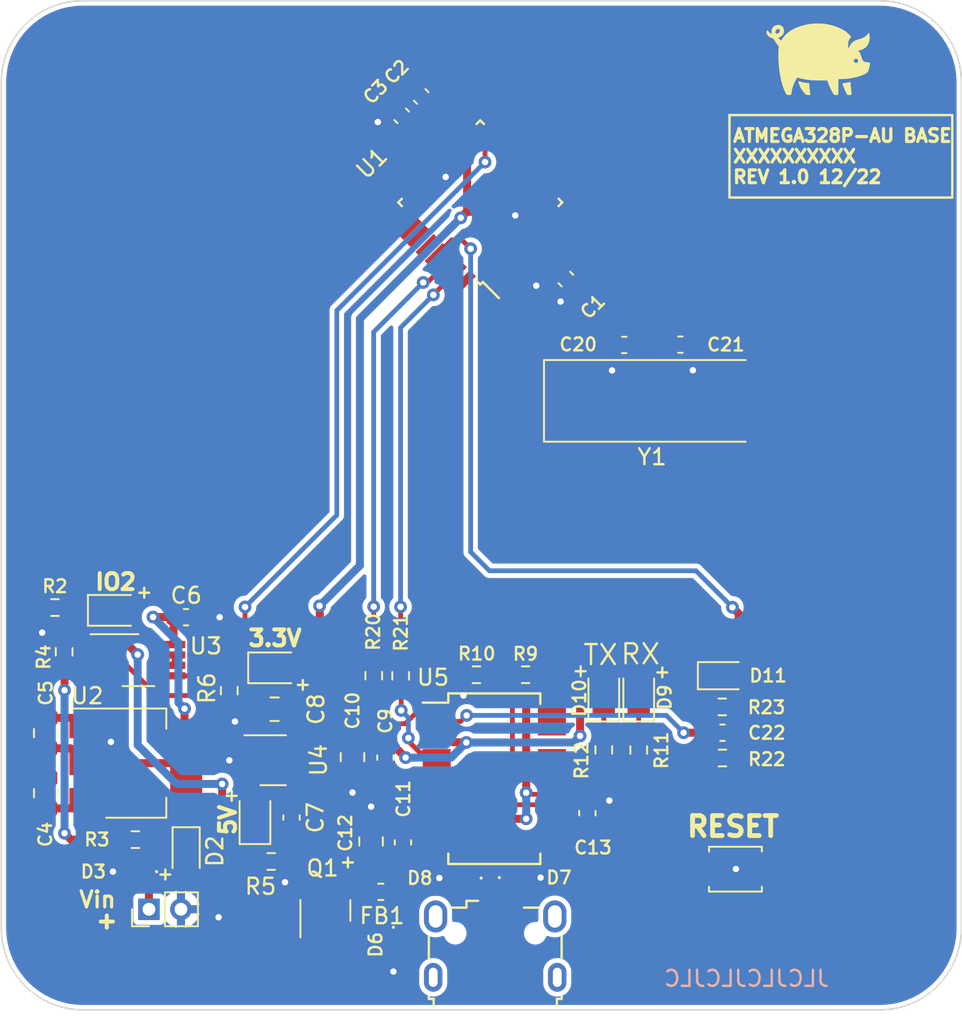
<source format=kicad_pcb>
(kicad_pcb (version 20211014) (generator pcbnew)
  (title_block (title "ESP32 Dev Base w/ Cypress USB-UART Interface") (date "2022-11-09") (rev "1.0"))
  (layers (0 "F.Cu" signal) (31 "B.Cu" power) (34 "B.Paste" user) (35 "F.Paste" user) (36 "B.SilkS" user "B.Silkscreen") (37 "F.SilkS" user "F.Silkscreen") (38 "B.Mask" user) (39 "F.Mask" user) (44 "Edge.Cuts" user))
  (net 0 "")
  (net 1 "+3.3V")
  (net 2 "GND")
  (net 3 "Net-(C4-Pad1)")
  (net 4 "/ATMega328P-AU MCU/AREF")
  (net 5 "+5V")
  (net 6 "Net-(C7-Pad1)")
  (net 7 "Net-(D4-Pad1)")
  (net 8 "Net-(D5-Pad1)")
  (net 9 "Net-(C13-Pad1)")
  (net 10 "Net-(D6-Pad1)")
  (net 11 "Net-(D9-Pad1)")
  (net 12 "Net-(D10-Pad1)")
  (net 15 "Net-(Q1-Pad1)")
  (net 16 "Net-(C20-Pad2)")
  (net 17 "Net-(R3-Pad2)")
  (net 18 "Net-(R11-Pad1)")
  (net 19 "Net-(R12-Pad1)")
  (net 20 "Net-(C21-Pad2)")
  (net 21 "/ATMega328P-AU MCU/DTR")
  (net 22 "/Power Supply/VIN")
  (net 23 "Net-(C22-Pad2)")
  (net 26 "unconnected-(U5-Pad26)")
  (net 37 "Net-(U5-Pad19)")
  (net 38 "Net-(R20-Pad1)")
  (net 39 "/USB-UART Interface/USB_D+")
  (net 40 "/USB-UART Interface/USB_D-")
  (net 41 "/Power Supply/VBUS")
  (net 42 "/ATMega328P-AU MCU/RXD{slash}IO0")
  (net 43 "Net-(R21-Pad1)")
  (net 44 "/ATMega328P-AU MCU/TXD{slash}IO1")
  (net 45 "/ATMega328P-AU MCU/IO3")
  (net 46 "/ATMega328P-AU MCU/IO4")
  (net 47 "/ATMega328P-AU MCU/IO5")
  (net 48 "/ATMega328P-AU MCU/IO6")
  (net 49 "/ATMega328P-AU MCU/IO7")
  (net 50 "/ATMega328P-AU MCU/IO8")
  (net 51 "/ATMega328P-AU MCU/IO9")
  (net 52 "/ATMega328P-AU MCU/IO10")
  (net 53 "/ATMega328P-AU MCU/IO11{slash}MOSI")
  (net 54 "/ATMega328P-AU MCU/IO12{slash}MISO")
  (net 55 "/ATMega328P-AU MCU/IO13{slash}SCK")
  (net 56 "/ATMega328P-AU MCU/A6")
  (net 57 "/ATMega328P-AU MCU/A7")
  (net 58 "/ATMega328P-AU MCU/A0")
  (net 59 "/ATMega328P-AU MCU/A1")
  (net 60 "/ATMega328P-AU MCU/A2")
  (net 61 "/ATMega328P-AU MCU/A3")
  (net 62 "/ATMega328P-AU MCU/A4{slash}SDA")
  (net 63 "/ATMega328P-AU MCU/A5{slash}SCL")
  (net 64 "/ATMega328P-AU MCU/IO2")
  (net 65 "/USB-UART Interface/RTS")
  (net 66 "Net-(D1-Pad1)")
  (net 67 "Net-(D1-Pad2)")
  (footprint "Resistor_SMD:R_0603_1608Metric" (layer "F.Cu") (at 146.69 111.08)
    (fp_text reference "R10")
    (fp_text value "10k" hide)
  )
  (footprint "LED_SMD:LED_0805_2012Metric" (layer "F.Cu") (at 132.850328 119.969139 90)
    (fp_text reference "D4" hide)
    (fp_text value "RED" hide)
  )
  (footprint "Capacitor_SMD:C_0603_1608Metric" (layer "F.Cu") (at 162.07 114.7)
    (fp_text reference "C22")
    (fp_text value "0.1u" hide)
  )
  (footprint "Package_SO:VSSOP-8_3.0x3.0mm_P0.65mm" (layer "F.Cu") (at 125.57 110.17)
    (fp_text reference "U3")
    (fp_text value "LMV358IDGKR" hide)
  )
  (footprint "LED_SMD:LED_0805_2012Metric" (layer "F.Cu") (at 154.65 112.3145 90)
    (fp_text reference "D10")
    (fp_text value "GRN" hide)
  )
  (footprint "Capacitor_SMD:C_0805_2012Metric" (layer "F.Cu") (at 138.9448 116.2264 -90)
    (fp_text reference "C10")
    (fp_text value "4.7u" hide)
  )
  (footprint "Package_SO:SSOP-28_5.3x10.2mm_P0.65mm" (layer "F.Cu") (at 147.8094 117.5726)
    (fp_text reference "U5")
    (fp_text value "CY7C65213-28PVXI" hide)
  )
  (footprint "Capacitor_SMD:C_0805_2012Metric" (layer "F.Cu") (at 134.0764 113.2332 180)
    (fp_text reference "C8")
    (fp_text value "2.2u" hide)
  )
  (footprint "Resistor_SMD:R_0603_1608Metric" (layer "F.Cu") (at 120.925 109.65 90)
    (fp_text reference "R4")
    (fp_text value "10k" hide)
  )
  (footprint "Resistor_SMD:R_0603_1608Metric" (layer "F.Cu") (at 131.245128 112.072039 -90)
    (fp_text reference "R6")
    (fp_text value "1k" hide)
  )
  (footprint "Resistor_SMD:R_0603_1608Metric" (layer "F.Cu") (at 156.8344 115.7811 90)
    (fp_text reference "R11")
    (fp_text value "1k" hide)
  )
  (footprint "Capacitor_SMD:C_0603_1608Metric" (layer "F.Cu") (at 128.5425 107.49)
    (fp_text reference "C6")
    (fp_text value "100n" hide)
  )
  (footprint "LED_SMD:LED_0805_2012Metric" (layer "F.Cu") (at 156.8344 112.3145 90)
    (fp_text reference "D9")
    (fp_text value "GRN" hide)
  )
  (footprint "Capacitor_SMD:C_0603_1608Metric" (layer "F.Cu") (at 153.625 119.725 90)
    (fp_text reference "C13")
    (fp_text value "1u" hide)
  )
  (footprint "Diode_SMD:D_0402_1005Metric" (layer "F.Cu") (at 145.8976 123.7742 180)
    (fp_text reference "D8")
    (fp_text value "5VWM" hide)
  )
  (footprint "Capacitor_SMD:C_0603_1608Metric" (layer "F.Cu") (at 159.44 90.47 180)
    (fp_text reference "C21")
    (fp_text value "22p" hide)
  )
  (footprint "Capacitor_SMD:C_0603_1608Metric" (layer "F.Cu") (at 152.28 86.37 -45)
    (fp_text reference "C1")
    (fp_text value "0.1u" hide)
  )
  (footprint "Resistor_SMD:R_0603_1608Metric" (layer "F.Cu") (at 120.3475 106.885 180)
    (fp_text reference "R2")
    (fp_text value "470R" hide)
  )
  (footprint "Capacitor_SMD:C_0805_2012Metric" (layer "F.Cu") (at 140.1064 121.4882 90)
    (fp_text reference "C12")
    (fp_text value "4.7u" hide)
  )
  (footprint "Diode_SMD:D_SOD-323" (layer "F.Cu") (at 162.03 111.14)
    (fp_text reference "D11")
    (fp_text value "1N4148WS " hide)
  )
  (footprint "Package_TO_SOT_SMD:SOT-223-3_TabPin2" (layer "F.Cu") (at 125.4004 116.6)
    (fp_text reference "U2")
    (fp_text value "LDL1117S50R" hide)
  )
  (footprint "Resistor_SMD:R_0603_1608Metric" (layer "F.Cu") (at 162.065 116.28)
    (fp_text reference "R22")
    (fp_text value "1k" hide)
  )
  (footprint "Capacitor_SMD:C_0603_1608Metric" (layer "F.Cu") (at 143.241992 74.971992 135)
    (fp_text reference "C2")
    (fp_text value "0.1u" hide)
  )
  (footprint "Inductor_SMD:L_0603_1608Metric" (layer "F.Cu") (at 140.7159 124.6378 180)
    (fp_text reference "FB1")
    (fp_text value "40-100R" hide)
  )
  (footprint "Resistor_SMD:R_0603_1608Metric" (layer "F.Cu") (at 125.375 121.375 180)
    (fp_text reference "R3")
    (fp_text value "10k" hide)
  )
  (footprint "Resistor_SMD:R_0603_1608Metric" (layer "F.Cu") (at 154.65 115.775 90)
    (fp_text reference "R12")
    (fp_text value "1k" hide)
  )
  (footprint "Resistor_SMD:R_0603_1608Metric" (layer "F.Cu") (at 162.055 113.09)
    (fp_text reference "R23")
    (fp_text value "10k" hide)
  )
  (footprint "Package_QFP:TQFP-32_7x7mm_P0.8mm" (layer "F.Cu") (at 146.93 81.59 135)
    (fp_text reference "U1")
    (fp_text value "ATmega328P-AU" hide)
  )
  (footprint "Capacitor_SMD:C_0603_1608Metric" (layer "F.Cu") (at 142.021992 76.181992 135)
    (fp_text reference "C3")
    (fp_text value "0.1u" hide)
  )
  (footprint "Diode_SMD:D_0402_1005Metric" (layer "F.Cu") (at 149.2155 123.7488)
    (fp_text reference "D7")
    (fp_text value "5VWM" hide)
  )
  (footprint "Resistor_SMD:R_0603_1608Metric" (layer "F.Cu") (at 149.765 111.08)
    (fp_text reference "R9")
    (fp_text value "4k7" hide)
  )
  (footprint "Connector_PinHeader_2.00mm:PinHeader_1x02_P2.00mm_Vertical" (layer "F.Cu") (at 126.225 125.725 90)
    (fp_text reference "J2" hide)
    (fp_text value "Conn_01x02_Male" hide)
  )
  (footprint "Diode_SMD:D_SOD-323" (layer "F.Cu") (at 128.5496 122.1012 -90)
    (fp_text reference "D2")
    (fp_text value "BAT760-7" hide)
  )
  (footprint "LED_SMD:LED_0805_2012Metric" (layer "F.Cu") (at 134.113028 110.649639)
    (fp_text reference "D5" hide)
    (fp_text value "GRN" hide)
  )
  (footprint "Capacitor_SMD:C_0603_1608Metric" (layer "F.Cu") (at 135.136328 119.996839 -90)
    (fp_text reference "C7")
    (fp_text value "10n" hide)
  )
  (footprint "LED_SMD:LED_0805_2012Metric" (layer "F.Cu") (at 124.0975 107.06)
    (fp_text reference "D1" hide)
    (fp_text value "BLU" hide)
  )
  (footprint "Resistor_SMD:R_0603_1608Metric" (layer "F.Cu") (at 141.955 111.15 -90)
    (fp_text reference "R21")
    (fp_text value "1k" hide)
  )
  (footprint "Button_Switch_SMD:SW_SPST_B3U-1000P" (layer "F.Cu") (at 162.88 123.22 180)
    (fp_text reference "SW1" hide)
    (fp_text value "RESET" hide)
  )
  (footprint "Capacitor_SMD:C_0805_2012Metric" (layer "F.Cu") (at 119.775 118.475 90)
    (fp_text reference "C4")
    (fp_text value "1u" hide)
  )
  (footprint "Diode_SMD:D_0402_1005Metric" (layer "F.Cu") (at 141.5034 127.9374 -90)
    (fp_text reference "D6")
    (fp_text value "5VWM" hide)
  )
  (footprint "Diode_SMD:D_0402_1005Metric" (layer "F.Cu") (at 125.61 123.375 180)
    (fp_text reference "D3")
    (fp_text value "5VWM" hide)
  )
  (footprint "Capacitor_SMD:C_0603_1608Metric" (layer "F.Cu") (at 155.93 90.49)
    (fp_text reference "C20")
    (fp_text value "22p" hide)
  )
  (footprint "Connector_USB:USB_Micro-B_Wuerth_629105150521" (layer "F.Cu") (at 147.86685 128.023)
    (fp_text reference "J3" hide)
    (fp_text value "USB_B_Micro" hide)
  )
  (footprint "Capacitor_SMD:C_0603_1608Metric" (layer "F.Cu") (at 142.1 121.55 -90)
    (fp_text reference "C11")
    (fp_text value "0.1u" hide)
  )
  (footprint "Resistor_SMD:R_0603_1608Metric" (layer "F.Cu") (at 140.275 111.14 -90)
    (fp_text reference "R20")
    (fp_text value "1k" hide)
  )
  (footprint "Crystal:Crystal_SMD_HC49-SD" (layer "F.Cu") (at 157.615 93.98)
    (fp_text reference "Y1")
    (fp_text value "16MHZ" hide)
  )
  (footprint "Resistor_SMD:R_0603_1608Metric" (layer "F.Cu") (at 133.866328 122.740039)
    (fp_text reference "R5")
    (fp_text value "1k" hide)
  )
  (footprint "Capacitor_SMD:C_0603_1608Metric" (layer "F.Cu") (at 141.0022 116.254 90)
    (fp_text reference "C9")
    (fp_text value "0.1u" hide)
  )
  (footprint "Capacitor_SMD:C_0805_2012Metric" (layer "F.Cu") (at 119.775 114.725 90)
    (fp_text reference "C5")
    (fp_text value "4u7" hide)
  )
  (footprint "LOGO" (layer "F.Cu") (at 168.06 72.65)
    (fp_text reference "G***" hide)
    (fp_text value "LOGO" hide)
  )
  (footprint "Package_TO_SOT_SMD:SOT-23-5" (layer "F.Cu") (at 133.9875 116.418689)
    (fp_text reference "U4")
    (fp_text value "SPX3819M5-L-3-3" hide)
  )
  (footprint "Package_TO_SOT_SMD:SOT-23" (layer "F.Cu") (at 137.25 125.8 90)
    (fp_text reference "Q1")
    (fp_text value "DMP2110U-7" hide)
  )
  (gr_rect (start 162.505 76.135) (end 176.43 81.285) (layer "F.SilkS") (width 0.15) (fill none))
  (gr_line (start 122 132) (end 172 132) (layer "Edge.Cuts") (width 0.1))
  (gr_arc (start 122 132) (mid 118.489934 130.510066) (end 117 127) (layer "Edge.Cuts") (width 0.1))
  (gr_arc (start 172 69) (mid 175.510066 70.489934) (end 177 74) (layer "Edge.Cuts") (width 0.1))
  (gr_arc (start 177 127) (mid 175.510066 130.510066) (end 172 132) (layer "Edge.Cuts") (width 0.1))
  (gr_line (start 177 74) (end 177 127) (layer "Edge.Cuts") (width 0.1))
  (gr_arc (start 117 74) (mid 118.489934 70.489934) (end 122 69) (layer "Edge.Cuts") (width 0.1))
  (gr_line (start 117 127) (end 117 74) (layer "Edge.Cuts") (width 0.1))
  (gr_line (start 172 69) (end 122 69) (layer "Edge.Cuts") (width 0.1))
  (gr_text "JLCJLCJLCJLC" (at 163.576 130.048) (layer "B.SilkS") (effects (font (size 1 1)) (justify mirror)))
  (gr_text "+" (at 123.59 126.56 180) (layer "F.SilkS") (effects (font (size 1 1) (thickness 0.25))))
  (gr_text "+" (at 153.2056 110.922 180) (layer "F.SilkS") (effects (font (size 0.8 0.8))))
  (gr_text "+" (at 135.898328 111.716439 270) (layer "F.SilkS") (effects (font (size 0.8 0.8))))
  (gr_text "+" (at 138.6586 122.8598 180) (layer "F.SilkS") (effects (font (size 0.8 0.8))))
  (gr_text "+" (at 125.8725 105.96 90) (layer "F.SilkS") (effects (font (size 0.8 0.8))))
  (gr_text "TX" (at 154.4468 109.8436) (layer "F.SilkS") (effects (font (size 1.25 1.25))))
  (gr_text "ATMEGA328P-AU BASE\nXXXXXXXXXX\nREV 1.0 12/22" (at 162.63 78.71) (layer "F.SilkS") (effects (font (size 0.8 0.8) (thickness 0.2)) (justify left)))
  (gr_text "+" (at 127.25 123.5) (layer "F.SilkS") (effects (font (size 0.8 0.8))))
  (gr_text "+" (at 158.3076 110.9937 180) (layer "F.SilkS") (effects (font (size 0.8 0.8))))
  (gr_text "Vin" (at 121.76 125.12) (layer "F.SilkS") (effects (font (size 1 1) (thickness 0.2)) (justify left)))
  (gr_text "RESET" (at 162.73 120.56) (layer "F.SilkS") (effects (font (size 1.25 1.25) (thickness 0.3))))
  (gr_text "IO2" (at 124.1475 105.285) (layer "F.SilkS") (effects (font (size 1 1) (thickness 0.25))))
  (gr_text "3.3V" (at 134.1 108.8) (layer "F.SilkS") (effects (font (size 1 1) (thickness 0.25))))
  (gr_text "5V" (at 131.15 120.15 90) (layer "F.SilkS") (effects (font (size 1 1) (thickness 0.25))))
  (gr_text "RX" (at 156.936 109.7928) (layer "F.SilkS") (effects (font (size 1.25 1.25))))
  (gr_text "+" (at 131.397528 118.586828) (layer "F.SilkS") (effects (font (size 0.8 0.8))))
  (segment (start 126.72 112.38) (end 124.185 109.845) (width 0.3) (layer "F.Cu") (net 1))
  (segment (start 129.38 112.38) (end 126.72 112.38) (width 0.3) (layer "F.Cu") (net 1))
  (segment (start 134.75 114.75) (end 135.004328 115.004328) (width 0.3) (layer "F.Cu") (net 1))
  (segment (start 135.004328 113.240439) (end 135.004328 114.295672) (width 0.5) (layer "F.Cu") (net 1))
  (segment (start 124.185 109.845) (end 123.37 109.845) (width 0.3) (layer "F.Cu") (net 1))
  (segment (start 134.55 114.75) (end 135.004328 114.295672) (width 0.3) (layer "F.Cu") (net 1))
  (segment (start 135.004328 113.240439) (end 135.004328 110.695839) (width 0.5) (layer "F.Cu") (net 1))
  (segment (start 134.406311 114.75) (end 134.55 114.75) (width 0.3) (layer "F.Cu") (net 1))
  (segment (start 135.004328 114.295672) (end 135.004328 115.004328) (width 0.5) (layer "F.Cu") (net 1))
  (segment (start 134.406311 114.75) (end 130.95 114.75) (width 0.3) (layer "F.Cu") (net 1))
  (segment (start 130.125 113.125) (end 129.38 112.38) (width 0.3) (layer "F.Cu") (net 1))
  (segment (start 134.406311 114.75) (end 134.75 114.75) (width 0.3) (layer "F.Cu") (net 1))
  (segment (start 135.004328 115.004328) (end 135.004328 115.348017) (width 0.5) (layer "F.Cu") (net 1))
  (segment (start 134.406311 114.75) (end 135.125 115.468689) (width 0.3) (layer "F.Cu") (net 1))
  (segment (start 130.125 113.925) (end 130.125 113.125) (width 0.3) (layer "F.Cu") (net 1))
  (segment (start 130.95 114.75) (end 130.125 113.925) (width 0.3) (layer "F.Cu") (net 1))
  (segment (start 135.004328 115.348017) (end 135.125 115.468689) (width 0.5) (layer "F.Cu") (net 1))
  (segment (start 145.865 111.08) (end 145.865 112.365) (width 0.5) (layer "F.Cu") (net 2))
  (segment (start 141.8632 120.5382) (end 142.1 120.775) (width 0.5) (layer "F.Cu") (net 2))
  (segment (start 123.85 111.625) (end 123.395 111.17) (width 0.5) (layer "F.Cu") (net 2))
  (segment (start 150.218047 84.312361) (end 150.212361 84.312361) (width 0.5) (layer "F.Cu") (net 2))
  (segment (start 135.136328 120.771839) (end 135.136328 122.295039) (width 0.5) (layer "F.Cu") (net 2))
  (segment (start 150.431472 86.788528) (end 149.086676 85.443732) (width 0.5) (layer "F.Cu") (net 2))
  (segment (start 119.55 108.45) (end 119.55 106.9125) (width 0.5) (layer "F.Cu") (net 2))
  (segment (start 144.3758 123.7742) (end 144.375 123.775) (width 0.5) (layer "F.Cu") (net 2))
  (segment (start 152.828008 86.918008) (end 152.811992 86.918008) (width 0.5) (layer "F.Cu") (net 2))
  (segment (start 123.395 111.17) (end 123.37 111.17) (width 0.5) (layer "F.Cu") (net 2))
  (segment (start 161.18 123.22) (end 162.9 123.22) (width 0.5) (layer "F.Cu") (net 2))
  (segment (start 121.7254 113.775) (end 122.2504 114.3) (width 0.5) (layer "F.Cu") (net 2))
  (segment (start 131.588528 113.240439) (end 131.245128 112.897039) (width 0.5) (layer "F.Cu") (net 2))
  (segment (start 125.125 123.375) (end 123.975 123.375) (width 0.5) (layer "F.Cu") (net 2))
  (segment (start 149.7005 123.7488) (end 150.6988 123.7488) (width 0.5) (layer "F.Cu") (net 2))
  (segment (start 133.104328 113.240439) (end 131.588528 113.240439) (width 0.5) (layer "F.Cu") (net 2))
  (segment (start 131.256311 116.418689) (end 131.25 116.425) (width 0.5) (layer "F.Cu") (net 2))
  (segment (start 144.2094 117.2476) (end 141.2208 117.2476) (width 0.3) (layer "F.Cu") (net 2))
  (segment (start 149.7005 123.7488) (end 149.7005 125.61435) (width 0.5) (layer "F.Cu") (net 2))
  (segment (start 162.89 123.19) (end 162.91 123.21) (width 0.5) (layer "F.Cu") (net 2))
  (segment (start 140.1064 119.3236) (end 140.11 119.32) (width 0.5) (layer "F.Cu") (net 2))
  (segment (start 131.245128 113.645128) (end 131.6 114) (width 0.5) (layer "F.Cu") (net 2))
  (segment (start 120.925 108.825) (end 119.925 108.825) (width 0.5) (layer "F.Cu") (net 2))
  (segment (start 132.85 116.418689) (end 131.256311 116.418689) (width 0.5) (layer "F.Cu") (net 2))
  (segment (start 118.925 113.775) (end 119.775 113.775) (width 0.5) (layer "F.Cu") (net 2))
  (segment (start 119.775 113.775) (end 121.7254 113.775) (width 0.5) (layer "F.Cu") (net 2))
  (segment (start 134.691328 123.999217) (end 134.729528 124.037417) (width 0.5) (layer "F.Cu") (net 2))
  (segment (start 154.9842 118.95) (end 154.9966 118.9376) (width 0.5) (layer "F.Cu") (net 2))
  (segment (start 122.2504 114.3) (end 122.875 114.3) (width 0.5) (layer "F.Cu") (net 2))
  (segment (start 134.691328 122.740039) (end 134.691328 123.999217) (width 0.5) (layer "F.Cu") (net 2))
  (segment (start 119.775 117.525) (end 119.275 117.525) (width 0.5) (layer "F.Cu") (net 2))
  (segment (start 152.811992 86.918008) (end 151.95 87.78) (width 0.5) (layer "F.Cu") (net 2))
  (segment (start 141.483984 75.633984) (end 142.693984 74.423984) (width 0.5) (layer "F.Cu") (net 2))
  (segment (start 145.865 112.365) (end 145.88 112.38) (width 0.5) (layer "F.Cu") (net 2))
  (segment (start 141.473984 75.633984) (end 141.466016 75.633984) (width 0.5) (layer "F.Cu") (net 2))
  (segment (start 129.3175 107.49) (end 130.6425 107.49) (width 0.5) (layer "F.Cu") (net 2))
  (segment (start 118.375 114.325) (end 118.925 113.775) (width 0.5) (layer "F.Cu") (net 2))
  (segment (start 128.225 125.725) (end 130.075 125.725) (width 0.5) (layer "F.Cu") (net 2))
  (segment (start 135.136328 122.295039) (end 134.691328 122.740039) (width 0.5) (layer "F.Cu") (net 2))
  (segment (start 141.473984 75.633984) (end 141.483984 75.633984) (width 0.5) (layer "F.Cu") (net 2))
  (segment (start 118.375 116.625) (end 118.375 114.325) (width 0.5) (layer "F.Cu") (net 2))
  (segment (start 153.625 118.95) (end 154.9842 118.95) (width 0.5) (layer "F.Cu") (net 2))
  (segment (start 119.925 108.825) (end 119.55 108.45) (width 0.5) (layer "F.Cu") (net 2))
  (segment (start 131.245128 112.897039) (end 131.245128 113.645128) (width 0.5) (layer "F.Cu") (net 2))
  (segment (start 149.12 83.22) (end 149.12 82.4) (width 0.5) (layer "F.Cu") (net 2))
  (segment (start 143.641953 78.871953) (end 144.77 80) (width 0.5) (layer "F.Cu") (net 2))
  (segment (start 119.275 117.525) (end 118.375 116.625) (width 0.5) (layer "F.Cu") (net 2))
  (segment (start 130.075 125.725) (end 130.575 126.225) (width 0.5) (layer "F.Cu") (net 2))
  (segment (start 150.212361 84.312361) (end 149.12 83.22) (width 0.5) (layer "F.Cu") (net 2))
  (segment (start 155.155 90.49) (end 155.155 92.065) (width 0.5) (layer "F.Cu") (net 2))
  (segment (start 152.7274 119.8476) (end 153.625 118.95) (width 0.3) (layer "F.Cu") (net 2))
  (segment (start 123.85 115.275) (end 123.85 111.625) (width 0.5) (layer "F.Cu") (net 2))
  (segment (start 162.89 116.28) (end 162.89 123.19) (width 0.5) (layer "F.Cu") (net 2))
  (segment (start 143.641953 78.867639) (end 143.641953 78.871953) (width 0.5) (layer "F.Cu") (net 2))
  (segment (start 122.875 114.3) (end 123.85 115.275) (width 0.5) (layer "F.Cu") (net 2))
  (segment (start 138.9448 117.1764) (end 140.8548 117.1764) (width 0.5) (layer "F.Cu") (net 2))
  (segment (start 145.4126 123.7742) (end 144.3758 123.7742) (width 0.5) (layer "F.Cu") (net 2))
  (segment (start 160.215 92.065) (end 160.22 92.07) (width 0.5) (layer "F.Cu") (net 2))
  (segment (start 141.466016 75.633984) (end 140.53 76.57) (width 0.5) (layer "F.Cu") (net 2))
  (segment (start 155.155 92.065) (end 155.17 92.08) (width 0.5) (layer "F.Cu") (net 2))
  (segment (start 162.9 123.22) (end 162.91 123.21) (width 0.5) (layer "F.Cu") (net 2))
  (segment (start 151.4094 119.8476) (end 152.7274 119.8476) (width 0.3) (layer "F.Cu") (net 2))
  (segment (start 141.2208 117.2476) (end 141.0022 117.029) (width 0.3) (layer "F.Cu") (net 2))
  (segment (start 151.4094 117.8976) (end 152.5726 117.8976) (width 0.3) (layer "F.Cu") (net 2))
  (segment (start 140.1064 120.5382) (end 141.8632 120.5382) (width 0.5) (layer "F.Cu") (net 2))
  (segment (start 138.9448 117.1764) (end 138.9448 118.4362) (width 0.5) (layer "F.Cu") (net 2))
  (segment (start 119.55 106.9125) (end 119.5225 106.885) (width 0.5) (layer "F.Cu") (net 2))
  (segment (start 140.8548 117.1764) (end 141.0022 117.029) (width 0.5) (layer "F.Cu") (net 2))
  (segment (start 141.5034 128.4224) (end 141.5034 129.6162) (width 0.5) (layer "F.Cu") (net 2))
  (segment (start 160.215 90.47) (end 160.215 92.065) (width 0.5) (layer "F.Cu") (net 2))
  (segment (start 152.5726 117.8976) (end 153.625 118.95) (width 0.3) (layer "F.Cu") (net 2))
  (segment (start 150.6988 123.7488) (end 150.7 123.75) (width 0.5) (layer "F.Cu") (net 2))
  (segment (start 140.1064 120.5382) (end 140.1064 119.3236) (width 0.5) (layer "F.Cu") (net 2))
  (segment (start 149.7005 125.61435) (end 149.19185 126.123) (width 0.5) (layer "F.Cu") (net 2))
  (via (at 134.729528 124.037417) (size 0.8) (drill 0.4) (layers "F.Cu" "B.Cu") (net 2))
  (via (at 144.375 123.775) (size 0.8) (drill 0.4) (layers "F.Cu" "B.Cu") (net 2))
  (via (at 130.6425 107.49) (size 0.8) (drill 0.4) (layers "F.Cu" "B.Cu") (net 2))
  (via (at 119.55 108.45) (size 0.8) (drill 0.4) (layers "F.Cu" "B.Cu") (net 2))
  (via (at 155.17 92.08) (size 0.8) (drill 0.4) (layers "F.Cu" "B.Cu") (net 2))
  (via (at 149.12 82.4) (size 0.8) (drill 0.4) (layers "F.Cu" "B.Cu") (net 2))
  (via (at 131.6 114) (size 0.8) (drill 0.4) (layers "F.Cu" "B.Cu") (net 2))
  (via (at 138.9448 118.4362) (size 0.8) (drill 0.4) (layers "F.Cu" "B.Cu") (net 2))
  (via (at 160.22 92.07) (size 0.8) (drill 0.4) (layers "F.Cu" "B.Cu") (net 2))
  (via (at 150.7 123.75) (size 0.8) (drill 0.4) (layers "F.Cu" "B.Cu") (net 2))
  (via (at 151.95 87.78) (size 0.8) (drill 0.4) (layers "F.Cu" "B.Cu") (net 2))
  (via (at 130.575 126.225) (size 0.8) (drill 0.4) (layers "F.Cu" "B.Cu") (net 2))
  (via (at 140.11 119.32) (size 0.8) (drill 0.4) (layers "F.Cu" "B.Cu") (net 2))
  (via (at 141.5034 129.6162) (size 0.8) (drill 0.4) (layers "F.Cu" "B.Cu") (net 2))
  (via (at 123.85 115.275) (size 0.8) (drill 0.4) (layers "F.Cu" "B.Cu") (net 2))
  (via (at 154.9966 118.9376) (size 0.8) (drill 0.4) (layers "F.Cu" "B.Cu") (net 2))
  (via (at 144.77 80) (size 0.8) (drill 0.4) (layers "F.Cu" "B.Cu") (net 2))
  (via (at 123.975 123.375) (size 0.8) (drill 0.4) (layers "F.Cu" "B.Cu") (net 2))
  (via (at 162.91 123.21) (size 0.8) (drill 0.4) (layers "F.Cu" "B.Cu") (net 2))
  (via (at 131.25 116.425) (size 0.8) (drill 0.4) (layers "F.Cu" "B.Cu") (net 2))
  (via (at 140.53 76.57) (size 0.8) (drill 0.4) (layers "F.Cu" "B.Cu") (net 2))
  (via (at 145.88 112.38) (size 0.8) (drill 0.4) (layers "F.Cu" "B.Cu") (net 2))
  (via (at 150.431472 86.788528) (size 0.8) (drill 0.4) (layers "F.Cu" "B.Cu") (net 2))
  (segment (start 128.5496 120.1996) (end 127.25 118.9) (width 0.5) (layer "F.Cu") (net 3))
  (segment (start 128.5496 121.0512) (end 128.5496 120.1996) (width 0.5) (layer "F.Cu") (net 3))
  (segment (start 121.7254 119.425) (end 122.2504 118.9) (width 0.5) (layer "F.Cu") (net 3))
  (segment (start 127.25 118.9) (end 122.2504 118.9) (width 0.5) (layer "F.Cu") (net 3))
  (segment (start 119.775 119.425) (end 121.7254 119.425) (width 0.5) (layer "F.Cu") (net 3))
  (segment (start 142.635686 76.73) (end 144.207639 78.301953) (width 0.5) (layer "F.Cu") (net 4))
  (segment (start 142.57 76.73) (end 142.635686 76.73) (width 0.5) (layer "F.Cu") (net 4))
  (segment (start 126.48 107.48) (end 127.7575 107.48) (width 0.5) (layer "F.Cu") (net 5))
  (segment (start 122.2504 116.6) (end 128.5504 116.6) (width 0.5) (layer "F.Cu") (net 5))
  (segment (start 132.850328 117.369017) (end 132.85 117.368689) (width 0.5) (layer "F.Cu") (net 5))
  (segment (start 136.9 117.05) (end 136.9 116.52) (width 0.5) (layer "F.Cu") (net 5))
  (segment (start 160.98 111.14) (end 160.98 112.84) (width 0.5) (layer "F.Cu") (net 5))
  (segment (start 136.9 118.4) (end 136.9 118.01) (width 0.5) (layer "F.Cu") (net 5))
  (segment (start 146.11 82.15) (end 146.11 81.335686) (width 0.5) (layer "F.Cu") (net 5))
  (segment (start 143.79 75.621573) (end 145.33901 77.170583) (width 0.5) (layer "F.Cu") (net 5))
  (segment (start 146.447157 81.812843) (end 146.587157 81.812843) (width 0.5) (layer "F.Cu") (net 5))
  (segment (start 134.329839 116.3875) (end 134.329839 116.449878) (width 0.5) (layer "F.Cu") (net 5))
  (segment (start 156.8344 111.377) (end 160.743 111.377) (width 0.5) (layer "F.Cu") (net 5))
  (segment (start 146.087157 82.172843) (end 146.947157 82.172843) (width 0.5) (layer "F.Cu") (net 5))
  (segment (start 146.11 81.335686) (end 146.11 77.941573) (width 0.5) (layer "F.Cu") (net 5))
  (segment (start 133.9875 116.792217) (end 133.411028 117.368689) (width 0.5) (layer "F.Cu") (net 5))
  (segment (start 134.3875 116.3875) (end 133.9875 116.3875) (width 0.5) (layer "F.Cu") (net 5))
  (segment (start 153.703 111.377) (end 154.65 111.377) (width 0.5) (layer "F.Cu") (net 5))
  (segment (start 136.9 116.52) (end 137.0325 116.3875) (width 0.5) (layer "F.Cu") (net 5))
  (segment (start 121.3254 115.675) (end 122.2504 116.6) (width 0.5) (layer "F.Cu") (net 5))
  (segment (start 133.411028 115.468689) (end 133.9875 116.045161) (width 0.5) (layer "F.Cu") (net 5))
  (segment (start 133.9875 116.045161) (end 133.9875 116.3875) (width 0.5) (layer "F.Cu") (net 5))
  (segment (start 133.9875 116.3875) (end 133.9875 116.792217) (width 0.5) (layer "F.Cu") (net 5))
  (segment (start 134.329839 116.449878) (end 133.9875 116.792217) (width 0.5) (layer "F.Cu") (net 5))
  (segment (start 146.11 77.941573) (end 145.33901 77.170583) (width 0.5) (layer "F.Cu") (net 5))
  (segment (start 146.06 115.31) (end 146.0476 115.2976) (width 0.5) (layer "F.Cu") (net 5))
  (segment (start 140.7996 115.2764) (end 141.0022 115.479) (width 0.5) (layer "F.Cu") (net 5))
  (segment (start 145.71 82.55) (end 146.087157 82.172843) (width 0.5) (layer "F.Cu") (net 5))
  (segment (start 151.731992 84.694936) (end 150.783732 83.746676) (width 0.5) (layer "F.Cu") (net 5))
  (segment (start 137.8337 116.3875) (end 138.9448 115.2764) (width 0.5) (layer "F.Cu") (net 5))
  (segment (start 137.5325 116.3875) (end 137.8337 116.3875) (width 0.5) (layer "F.Cu") (net 5))
  (segment (start 128.45 116.4996) (end 128.5504 116.6) (width 0.5) (layer "F.Cu") (net 5))
  (segment (start 160.743 111.377) (end 160.98 111.14) (width 0.5) (layer "F.Cu") (net 5))
  (segment (start 151.731992 85.821992) (end 151.731992 84.694936) (width 0.5) (layer "F.Cu") (net 5))
  (segment (start 144.2094 115.2976) (end 145.466939 115.2976) (width 0.3) (layer "F.Cu") (net 5))
  (segment (start 130.031311 115.468689) (end 132.85 115.468689) (width 0.5) (layer "F.Cu") (net 5))
  (segment (start 119.775 115.675) (end 121.3254 115.675) (width 0.5) (layer "F.Cu") (net 5))
  (segment (start 145.71 82.55) (end 146.11 82.15) (width 0.5) (layer "F.Cu") (net 5))
  (segment (start 151.731992 85.821992) (end 150.596306 85.821992) (width 0.5) (layer "F.Cu") (net 5))
  (segment (start 132.85 115.468689) (end 133.411028 115.468689) (width 0.5) (layer "F.Cu") (net 5))
  (segment (start 141.0022 115.479) (end 141.4886 115.479) (width 0.5) (layer "F.Cu") (net 5))
  (segment (start 136.9 117.05) (end 136.3025 116.4525) (width 0.5) (layer "F.Cu") (net 5))
  (segment (start 146.0476 115.2976) (end 145.2376 115.2976) (width 0.5) (layer "F.Cu") (net 5))
  (segment (start 132.850328 119.031639) (end 132.850328 117.369017) (width 0.5) (layer "F.Cu") (net 5))
  (segment (start 134.3875 116.3875) (end 134.329839 116.3875) (width 0.5) (layer "F.Cu") (net 5))
  (segment (start 145.71 82.55) (end 146.447157 81.812843) (width 0.5) (layer "F.Cu") (net 5))
  (segment (start 154.65 111.377) (end 156.8344 111.377) (width 0.5) (layer "F.Cu") (net 5))
  (segment (start 133.411028 117.368689) (end 132.85 117.368689) (width 0.5) (layer "F.Cu") (net 5))
  (segment (start 134.329839 116.3875) (end 133.9875 116.045161) (width 0.5) (layer "F.Cu") (net 5))
  (segment (start 138.9448 115.2764) (end 140.7996 115.2764) (width 0.5) (layer "F.Cu") (net 5))
  (segment (start 136.3025 116.4525) (end 136.3025 116.3875) (width 0.5) (layer "F.Cu") (net 5))
  (segment (start 135.7075 116.3875) (end 136.3025 116.3875) (width 0.5) (layer "F.Cu") (net 5))
  (segment (start 146.924314 82.15) (end 146.11 82.15) (width 0.5) (layer "F.Cu") (net 5))
  (segment (start 135.7075 116.3875) (end 134.3875 116.3875) (width 0.5) (layer "F.Cu") (net 5))
  (segment (start 136.9 118.01) (end 136.9 106.79) (width 0.5) (layer "F.Cu") (net 5))
  (segment (start 143.79 75.52) (end 143.79 75.621573) (width 0.5) (layer "F.Cu") (net 5))
  (segment (start 153.17 114.9) (end 153.17 111.91) (width 0.5) (layer "F.Cu") (net 5))
  (segment (start 146.587157 81.812843) (end 146.11 81.335686) (width 0.5) (layer "F.Cu") (net 5))
  (segment (start 128.9 116.6) (end 130.031311 115.468689) (width 0.5) (layer "F.Cu") (net 5))
  (segment (start 136.3025 116.3875) (end 137.0325 116.3875) (width 0.5) (layer "F.Cu") (net 5))
  (segment (start 136.9 118.01) (end 136.9 117.05) (width 0.5) (layer "F.Cu") (net 5))
  (segment (start 127.7575 107.48) (end 127.7675 107.49) (width 0.5) (layer "F.Cu") (net 5))
  (segment (start 153.17 111.91) (end 153.703 111.377) (width 0.5) (layer "F.Cu") (net 5))
  (segment (start 141.4886 115.479) (end 142.2654 116.2558) (width 0.5) (layer "F.Cu") (net 5))
  (segment (start 138.2 119.7) (end 136.9 118.4) (width 0.5) (layer "F.Cu") (net 5))
  (segment (start 136.9 117.05) (end 137.5325 116.4175) (width 0.5) (layer "F.Cu") (net 5))
  (segment (start 137.0325 116.3875) (end 137.5325 116.3875) (width 0.5) (layer "F.Cu") (net 5))
  (segment (start 127.7675 109.17) (end 127.77 109.17) (width 0.5) (layer "F.Cu") (net 5))
  (segment (start 138.2 126.7375) (end 138.2 119.7) (width 0.5) (layer "F.Cu") (net 5))
  (segment (start 146.947157 82.172843) (end 146.587157 81.812843) (width 0.5) (layer "F.Cu") (net 5))
  (segment (start 127.7675 107.49) (end 127.7675 109.17) (width 0.5) (layer "F.Cu") (net 5))
  (segment (start 160.98 112.84) (end 161.23 113.09) (width 0.5) (layer "F.Cu") (net 5))
  (segment (start 137.5325 116.4175) (end 137.5325 116.3875) (width 0.5) (layer "F.Cu") (net 5))
  (segment (start 149.652361 84.878047) (end 146.924314 82.15) (width 0.5) (layer "F.Cu") (net 5))
  (segment (start 150.596306 85.821992) (end 149.652361 84.878047) (width 0.5) (layer "F.Cu") (net 5))
  (segment (start 136.9 106.79) (end 136.89 106.78) (width 0.5) (layer "F.Cu") (net 5))
  (segment (start 128.45 113.2) (end 128.45 116.4996) (width 0.5) (layer "F.Cu") (net 5))
  (via (at 128.45 113.2) (size 0.8) (drill 0.4) (layers "F.Cu" "B.Cu") (net 5))
  (via (at 142.2654 116.2558) (size 0.8) (drill 0.4) (layers "F.Cu" "B.Cu") (net 5))
  (via (at 145.71 82.55) (size 0.8) (drill 0.4) (layers "F.Cu" "B.Cu") (net 5))
  (via (at 126.48 107.48) (size 0.8) (drill 0.4) (layers "F.Cu" "B.Cu") (net 5))
  (via (at 136.89 106.78) (size 0.8) (drill 0.4) (layers "F.Cu" "B.Cu") (net 5))
  (via (at 153.17 114.9) (size 0.8) (drill 0.4) (layers "F.Cu" "B.Cu") (net 5))
  (via (at 146.06 115.31) (size 0.8) (drill 0.4) (layers "F.Cu" "B.Cu") (net 5))
  (segment (start 128.070023 112.820023) (end 128.45 113.2) (width 0.5) (layer "B.Cu") (net 5))
  (segment (start 128.070023 109.070023) (end 126.48 107.48) (width 0.5) (layer "B.Cu") (net 5))
  (segment (start 146.06 115.31) (end 152.76 115.31) (width 0.5) (layer "B.Cu") (net 5))
  (segment (start 152.76 115.31) (end 153.17 114.9) (width 0.5) (layer "B.Cu") (net 5))
  (segment (start 144.735 83.525) (end 145.71 82.55) (width 0.5) (layer "B.Cu") (net 5))
  (segment (start 139.41 104.26) (end 139.41 89.29) (width 0.5) (layer "B.Cu") (net 5))
  (segment (start 128.070023 110.345023) (end 128.070023 112.820023) (width 0.5) (layer "B.Cu") (net 5))
  (segment (start 142.2654 116.2558) (end 145.1142 116.2558) (width 0.5) (layer "B.Cu") (net 5))
  (segment (start 139.41 89.29) (end 139.41 88.85) (width 0.5) (layer "B.Cu") (net 5))
  (segment (start 128.070023 110.345023) (end 128.070023 109.070023) (width 0.5) (layer "B.Cu") (net 5))
  (segment (start 144.735 83.525) (end 145.34 82.92) (width 0.5) (layer "B.Cu") (net 5))
  (segment (start 136.89 106.78) (end 139.41 104.26) (width 0.5) (layer "B.Cu") (net 5))
  (segment (start 145.1142 116.2558) (end 146.06 115.31) (width 0.5) (layer "B.Cu") (net 5))
  (segment (start 139.41 88.85) (end 144.735 83.525) (width 0.5) (layer "B.Cu") (net 5))
  (segment (start 135.125 119.210511) (end 135.136328 119.221839) (width 0.5) (layer "F.Cu") (net 6))
  (segment (start 135.125 117.368689) (end 135.125 119.210511) (width 0.5) (layer "F.Cu") (net 6))
  (segment (start 132.850328 122.549039) (end 133.041328 122.740039) (width 0.5) (layer "F.Cu") (net 7))
  (segment (start 132.850328 120.906639) (end 132.850328 122.549039) (width 0.5) (layer "F.Cu") (net 7))
  (segment (start 131.842528 110.649639) (end 131.245128 111.247039) (width 0.5) (layer "F.Cu") (net 8))
  (segment (start 133.175528 110.649639) (end 131.842528 110.649639) (width 0.5) (layer "F.Cu") (net 8))
  (segment (start 153.6226 120.4976) (end 153.625 120.5) (width 0.3) (layer "F.Cu") (net 9))
  (segment (start 151.4094 120.4976) (end 153.6226 120.4976) (width 0.3) (layer "F.Cu") (net 9))
  (segment (start 141.7278 124.6378) (end 141.5034 124.6378) (width 0.5) (layer "F.Cu") (net 10))
  (segment (start 146.56685 126.123) (end 146.56685 125.81505) (width 0.3) (layer "F.Cu") (net 10))
  (segment (start 142.53 126.2) (end 142.53 125.44) (width 0.5) (layer "F.Cu") (net 10))
  (segment (start 141.5034 127.2266) (end 142.53 126.2) (width 0.5) (layer "F.Cu") (net 10))
  (segment (start 146.54185 125.55185) (end 146.54185 126.123) (width 0.5) (layer "F.Cu") (net 10))
  (segment (start 145.6278 124.6378) (end 146.54185 125.55185) (width 0.5) (layer "F.Cu") (net 10))
  (segment (start 142.53 124.68) (end 142.4878 124.6378) (width 0.5) (layer "F.Cu") (net 10))
  (segment (start 143.4978 124.6378) (end 145.6278 124.6378) (width 0.5) (layer "F.Cu") (net 10))
  (segment (start 142.53 125.44) (end 141.7278 124.6378) (width 0.5) (layer "F.Cu") (net 10))
  (segment (start 141.5034 124.6378) (end 142.4878 124.6378) (width 0.5) (layer "F.Cu") (net 10))
  (segment (start 142.53 125.44) (end 143.3322 124.6378) (width 0.5) (layer "F.Cu") (net 10))
  (segment (start 142.4878 124.6378) (end 143.4978 124.6378) (width 0.5) (layer "F.Cu") (net 10))
  (segment (start 141.5034 127.4524) (end 141.5034 127.2266) (width 0.5) (layer "F.Cu") (net 10))
  (segment (start 142.53 125.44) (end 142.53 124.68) (width 0.5) (layer "F.Cu") (net 10))
  (segment (start 143.3322 124.6378) (end 143.4978 124.6378) (width 0.5) (layer "F.Cu") (net 10))
  (segment (start 156.8344 114.9561) (end 156.8344 113.252) (width 0.3) (layer "F.Cu") (net 11))
  (segment (start 154.65 114.95) (end 154.65 113.252) (width 0.3) (layer "F.Cu") (net 12))
  (segment (start 132.9875 126.7375) (end 131.2 124.95) (width 0.5) (layer "F.Cu") (net 15))
  (segment (start 125.52 109.82) (end 124.87 109.17) (width 0.5) (layer "F.Cu") (net 15))
  (segment (start 130.8 124.55) (end 130.8 117.9) (width 0.5) (layer "F.Cu") (net 15))
  (segment (start 131.2 124.95) (end 130.8 124.55) (width 0.5) (layer "F.Cu") (net 15))
  (segment (start 136.3 126.7375) (end 132.9875 126.7375) (width 0.5) (layer "F.Cu") (net 15))
  (segment (start 124.87 109.17) (end 123.37 109.17) (width 0.5) (layer "F.Cu") (net 15))
  (via (at 125.52 109.82) (size 0.8) (drill 0.4) (layers "F.Cu" "B.Cu") (net 15))
  (via (at 130.8 117.9) (size 0.8) (drill 0.4) (layers "F.Cu" "B.Cu") (net 15))
  (segment (start 127.95 117.9) (end 130.8 117.9) (width 0.5) (layer "B.Cu") (net 15))
  (segment (start 125.965 115.915) (end 125.52 115.47) (width 0.5) (layer "B.Cu") (net 15))
  (segment (start 125.52 115.47) (end 125.52 109.82) (width 0.5) (layer "B.Cu") (net 15))
  (segment (start 125.965 115.915) (end 127.95 117.9) (width 0.5) (layer "B.Cu") (net 15))
  (segment (start 156.705 88.536573) (end 151.349417 83.18099) (width 0.5) (layer "F.Cu") (net 16))
  (segment (start 156.705 92.725) (end 156.705 90.49) (width 0.5) (layer "F.Cu") (net 16))
  (segment (start 153.365 93.98) (end 155.45 93.98) (width 0.5) (layer "F.Cu") (net 16))
  (segment (start 155.45 93.98) (end 156.705 92.725) (width 0.5) (layer "F.Cu") (net 16))
  (segment (start 156.705 90.49) (end 156.705 88.536573) (width 0.5) (layer "F.Cu") (net 16))
  (segment (start 121.35 121.375) (end 120.95 120.975) (width 0.5) (layer "F.Cu") (net 17))
  (segment (start 123.37 110.495) (end 120.945 110.495) (width 0.3) (layer "F.Cu") (net 17))
  (segment (start 120.95 112.05) (end 120.95 110.5) (width 0.5) (layer "F.Cu") (net 17))
  (segment (start 124.55 121.375) (end 121.35 121.375) (width 0.5) (layer "F.Cu") (net 17))
  (via (at 120.95 120.975) (size 0.8) (drill 0.4) (layers "F.Cu" "B.Cu") (net 17))
  (via (at 120.95 112.05) (size 0.8) (drill 0.4) (layers "F.Cu" "B.Cu") (net 17))
  (segment (start 120.95 120.975) (end 120.95 112.05) (width 0.5) (layer "B.Cu") (net 17))
  (segment (start 152.8976 117.2476) (end 153.325 117.675) (width 0.3) (layer "F.Cu") (net 18))
  (segment (start 156.8344 116.6656) (end 156.8344 116.6061) (width 0.3) (layer "F.Cu") (net 18))
  (segment (start 151.4094 117.2476) (end 152.8976 117.2476) (width 0.3) (layer "F.Cu") (net 18))
  (segment (start 153.325 117.675) (end 155.825 117.675) (width 0.3) (layer "F.Cu") (net 18))
  (segment (start 155.825 117.675) (end 156.8344 116.6656) (width 0.3) (layer "F.Cu") (net 18))
  (segment (start 151.4094 116.5976) (end 154.6476 116.5976) (width 0.3) (layer "F.Cu") (net 19))
  (segment (start 154.6476 116.5976) (end 154.65 116.6) (width 0.3) (layer "F.Cu") (net 19))
  (segment (start 161.865 93.98) (end 160.23 93.98) (width 0.5) (layer "F.Cu") (net 20))
  (segment (start 158.665 92.415) (end 158.665 90.47) (width 0.5) (layer "F.Cu") (net 20))
  (segment (start 158.665 90.47) (end 158.665 89.365202) (width 0.5) (layer "F.Cu") (net 20))
  (segment (start 158.665 89.365202) (end 151.915103 82.615305) (width 0.5) (layer "F.Cu") (net 20))
  (segment (start 160.23 93.98) (end 158.665 92.415) (width 0.5) (layer "F.Cu") (net 20))
  (segment (start 161.295 114.7) (end 159.64 114.7) (width 0.5) (layer "F.Cu") (net 21))
  (segment (start 161.24 114.755) (end 161.295 114.7) (width 0.5) (layer "F.Cu") (net 21))
  (segment (start 161.24 116.28) (end 161.24 114.755) (width 0.5) (layer "F.Cu") (net 21))
  (segment (start 144.2094 113.9976) (end 145.7024 113.9976) (width 0.3) (layer "F.Cu") (net 21))
  (segment (start 145.7024 113.9976) (end 146.08 113.62) (width 0.3) (layer "F.Cu") (net 21))
  (via (at 159.64 114.7) (size 0.8) (drill 0.4) (layers "F.Cu" "B.Cu") (net 21))
  (via (at 146.08 113.62) (size 0.8) (drill 0.4) (layers "F.Cu" "B.Cu") (net 21))
  (segment (start 157.21 113.62) (end 157.94 113.62) (width 0.3) (layer "B.Cu") (net 21))
  (segment (start 157.94 113.62) (end 158.56 113.62) (width 0.3) (layer "B.Cu") (net 21))
  (segment (start 146.08 113.62) (end 157.21 113.62) (width 0.3) (layer "B.Cu") (net 21))
  (segment (start 158.56 113.62) (end 159.64 114.7) (width 0.3) (layer "B.Cu") (net 21))
  (segment (start 128.3258 123.375) (end 128.5496 123.1512) (width 0.5) (layer "F.Cu") (net 22))
  (segment (start 126.2 123.27) (end 126.095 123.375) (width 0.5) (layer "F.Cu") (net 22))
  (segment (start 126.095 123.375) (end 128.3258 123.375) (width 0.5) (layer "F.Cu") (net 22))
  (segment (start 126.2 121.375) (end 126.2 123.27) (width 0.5) (layer "F.Cu") (net 22))
  (segment (start 126.225 123.505) (end 126.095 123.375) (width 0.5) (layer "F.Cu") (net 22))
  (segment (start 126.225 125.725) (end 126.225 123.505) (width 0.5) (layer "F.Cu") (net 22))
  (segment (start 163.08 111.14) (end 163.08 107.26) (width 0.5) (layer "F.Cu") (net 23))
  (segment (start 144.207639 84.878047) (end 144.207639 84.872361) (width 0.3) (layer "F.Cu") (net 23))
  (segment (start 162.845 114.7) (end 162.845 113.125) (width 0.5) (layer "F.Cu") (net 23))
  (segment (start 144.207639 84.872361) (end 145.15 83.93) (width 0.3) (layer "F.Cu") (net 23))
  (segment (start 163.08 111.14) (end 163.08 112.89) (width 0.5) (layer "F.Cu") (net 23))
  (segment (start 163.08 107.26) (end 162.69 106.87) (width 0.5) (layer "F.Cu") (net 23))
  (segment (start 163.35 114.7) (end 162.845 114.7) (width 0.5) (layer "F.Cu") (net 23))
  (segment (start 145.15 83.93) (end 145.78 83.93) (width 0.3) (layer "F.Cu") (net 23))
  (segment (start 164.18 115.53) (end 163.35 114.7) (width 0.5) (layer "F.Cu") (net 23))
  (segment (start 145.78 83.93) (end 146.33 84.48) (width 0.3) (layer "F.Cu") (net 23))
  (segment (start 163.08 112.89) (end 162.88 113.09) (width 0.5) (layer "F.Cu") (net 23))
  (segment (start 164.58 123.22) (end 164.58 115.93) (width 0.5) (layer "F.Cu") (net 23))
  (segment (start 164.58 115.93) (end 163.74 115.09) (width 0.5) (layer "F.Cu") (net 23))
  (segment (start 162.845 113.125) (end 162.88 113.09) (width 0.5) (layer "F.Cu") (net 23))
  (via (at 162.69 106.87) (size 0.8) (drill 0.4) (layers "F.Cu" "B.Cu") (net 23))
  (via (at 146.33 84.48) (size 0.8) (drill 0.4) (layers "F.Cu" "B.Cu") (net 23))
  (segment (start 147.51 104.59) (end 160.41 104.59) (width 0.3) (layer "B.Cu") (net 23))
  (segment (start 146.33 84.48) (end 146.33 103.41) (width 0.3) (layer "B.Cu") (net 23))
  (segment (start 146.33 103.41) (end 147.51 104.59) (width 0.3) (layer "B.Cu") (net 23))
  (segment (start 160.41 104.59) (end 162.69 106.87) (width 0.3) (layer "B.Cu") (net 23))
  (segment (start 151.3914 114.6146) (end 151.39925 114.62245) (width 0.3) (layer "F.Cu") (net 26))
  (segment (start 151.39925 114.6146) (end 151.3914 114.6146) (width 0.3) (layer "F.Cu") (net 26))
  (segment (start 148.94 111.08) (end 148.94 119.065) (width 0.3) (layer "F.Cu") (net 37))
  (segment (start 147.515 111.08) (end 148.94 111.08) (width 0.5) (layer "F.Cu") (net 37))
  (segment (start 148.94 119.065) (end 149.0726 119.1976) (width 0.3) (layer "F.Cu") (net 37))
  (segment (start 151.4094 119.1976) (end 149.0726 119.1976) (width 0.3) (layer "F.Cu") (net 37))
  (segment (start 143.364609 86.588454) (end 143.628602 86.588454) (width 0.3) (layer "F.Cu") (net 38))
  (segment (start 143.628602 86.588454) (end 144.773324 85.443732) (width 0.3) (layer "F.Cu") (net 38))
  (segment (start 140.27 110.31) (end 140.27 106.83) (width 0.3) (layer "F.Cu") (net 38))
  (segment (start 140.275 110.315) (end 140.27 110.31) (width 0.3) (layer "F.Cu") (net 38))
  (via (at 143.364609 86.588454) (size 0.8) (drill 0.4) (layers "F.Cu" "B.Cu") (net 38))
  (via (at 140.27 106.83) (size 0.8) (drill 0.4) (layers "F.Cu" "B.Cu") (net 38))
  (segment (start 140.27 89.683063) (end 143.364609 86.588454) (width 0.3) (layer "B.Cu") (net 38))
  (segment (start 140.27 106.83) (end 140.27 89.683063) (width 0.3) (layer "B.Cu") (net 38))
  (segment (start 148.02085 123.76385) (end 147.76685 123.50985) (width 0.2) (layer "F.Cu") (net 39))
  (segment (start 148.02085 123.78455) (end 148.02085 123.76385) (width 0.2) (layer "F.Cu") (net 39))
  (segment (start 147.76685 123.78455) (end 147.76685 123.50985) (width 0.2) (layer "F.Cu") (net 39))
  (segment (start 148.02085 123.78455) (end 148.69475 123.78455) (width 0.2) (layer "F.Cu") (net 39))
  (segment (start 147.86685 126.123) (end 147.86685 125.147999) (width 0.2) (layer "F.Cu") (net 39))
  (segment (start 148.69475 123.78455) (end 148.7305 123.7488) (width 0.2) (layer "F.Cu") (net 39))
  (segment (start 147.96535 123.76385) (end 147.76685 123.96235) (width 0.2) (layer "F.Cu") (net 39))
  (segment (start 147.86685 125.147999) (end 147.76685 125.047999) (width 0.2) (layer "F.Cu") (net 39))
  (segment (start 148.775 121.6976) (end 149.996899 121.6976) (width 0.2) (layer "F.Cu") (net 39))
  (segment (start 147.76685 122.70575) (end 148.775 121.6976) (width 0.2) (layer "F.Cu") (net 39))
  (segment (start 148.02085 123.76385) (end 147.96535 123.76385) (width 0.2) (layer "F.Cu") (net 39))
  (segment (start 150.096899 121.7976) (end 151.4094 121.7976) (width 0.2) (layer "F.Cu") (net 39))
  (segment (start 147.76685 123.96235) (end 147.76685 123.78455) (width 0.2) (layer "F.Cu") (net 39))
  (segment (start 147.76685 125.047999) (end 147.76685 123.96235) (width 0.2) (layer "F.Cu") (net 39))
  (segment (start 147.76685 123.50985) (end 147.76685 122.70575) (width 0.2) (layer "F.Cu") (net 39))
  (segment (start 149.996899 121.6976) (end 150.096899 121.7976) (width 0.2) (layer "F.Cu") (net 39))
  (segment (start 147.76685 123.78455) (end 148.02085 123.78455) (width 0.2) (layer "F.Cu") (net 39))
  (segment (start 147.0152 123.7742) (end 147.0914 123.698) (width 0.2) (layer "F.Cu") (net 40))
  (segment (start 147.31685 123.47255) (end 147.31685 123.34555) (width 0.2) (layer "F.Cu") (net 40))
  (segment (start 147.21685 125.147999) (end 147.31685 125.047999) (width 0.2) (layer "F.Cu") (net 40))
  (segment (start 147.31685 123.82185) (end 147.31685 123.34555) (width 0.2) (layer "F.Cu") (net 40))
  (segment (start 150.096899 121.1476) (end 151.4094 121.1476) (width 0.2) (layer "F.Cu") (net 40))
  (segment (start 147.31685 123.34555) (end 147.31685 122.51935) (width 0.2) (layer "F.Cu") (net 40))
  (segment (start 147.21525 123.82185) (end 147.31685 123.82185) (width 0.2) (layer "F.Cu") (net 40))
  (segment (start 147.0914 123.698) (end 147.31685 123.47255) (width 0.2) (layer "F.Cu") (net 40))
  (segment (start 148.5886 121.2476) (end 149.996899 121.2476) (width 0.2) (layer "F.Cu") (net 40))
  (segment (start 147.31685 122.51935) (end 148.5886 121.2476) (width 0.2) (layer "F.Cu") (net 40))
  (segment (start 147.31685 124.07585) (end 147.31685 123.82185) (width 0.2) (layer "F.Cu") (net 40))
  (segment (start 147.0914 123.698) (end 147.21525 123.82185) (width 0.2) (layer "F.Cu") (net 40))
  (segment (start 149.996899 121.2476) (end 150.096899 121.1476) (width 0.2) (layer "F.Cu") (net 40))
  (segment (start 147.31685 125.047999) (end 147.31685 124.07585) (width 0.2) (layer "F.Cu") (net 40))
  (segment (start 147.0152 123.7742) (end 146.3826 123.7742) (width 0.2) (layer "F.Cu") (net 40))
  (segment (start 147.21685 126.123) (end 147.21685 125.147999) (width 0.2) (layer "F.Cu") (net 40))
  (segment (start 147.31685 124.07585) (end 147.0152 123.7742) (width 0.2) (layer "F.Cu") (net 40))
  (segment (start 137.55 128.3) (end 137.25 128) (width 0.5) (layer "F.Cu") (net 41))
  (segment (start 139.9284 124.6378) (end 139.9284 127.7216) (width 0.5) (layer "F.Cu") (net 41))
  (segment (start 149.8995 118.5476) (end 149.8 118.4481) (width 0.3) (layer "F.Cu") (net 41))
  (segment (start 141.9868 122.4382) (end 142.1 122.325) (width 0.5) (layer "F.Cu") (net 41))
  (segment (start 139.9284 124.6378) (end 139.9284 122.6162) (width 0.5) (layer "F.Cu") (net 41))
  (segment (start 142.1 122.325) (end 142.385 122.325) (width 0.5) (layer "F.Cu") (net 41))
  (segment (start 150.59 111.08) (end 150.59 111.51) (width 0.5) (layer "F.Cu") (net 41))
  (segment (start 139.9284 127.7216) (end 139.35 128.3) (width 0.5) (layer "F.Cu") (net 41))
  (segment (start 139.9284 122.6162) (end 140.1064 122.4382) (width 0.5) (layer "F.Cu") (net 41))
  (segment (start 142.92 122.86) (end 145.64 122.86) (width 0.5) (layer "F.Cu") (net 41))
  (segment (start 142.385 122.325) (end 142.92 122.86) (width 0.5) (layer "F.Cu") (net 41))
  (segment (start 148.425 120.075) (end 149.8 120.075) (width 0.5) (layer "F.Cu") (net 41))
  (segment (start 151.4094 118.5476) (end 149.8995 118.5476) (width 0.3) (layer "F.Cu") (net 41))
  (segment (start 149.8 112.3) (end 149.8 118.4481) (width 0.5) (layer "F.Cu") (net 41))
  (segment (start 140.1064 122.4382) (end 141.9868 122.4382) (width 0.5) (layer "F.Cu") (net 41))
  (segment (start 145.64 122.86) (end 148.425 120.075) (width 0.5) (layer "F.Cu") (net 41))
  (segment (start 139.35 128.3) (end 137.55 128.3) (width 0.5) (layer "F.Cu") (net 41))
  (segment (start 150.59 111.51) (end 149.8 112.3) (width 0.5) (layer "F.Cu") (net 41))
  (segment (start 137.25 128) (end 137.25 124.8625) (width 0.5) (layer "F.Cu") (net 41))
  (via (at 149.8 120.075) (size 0.8) (drill 0.4) (layers "F.Cu" "B.Cu") (net 41))
  (via (at 149.8 118.4481) (size 0.8) (drill 0.4) (layers "F.Cu" "B.Cu") (net 41))
  (segment (start 149.8 120.075) (end 149.8 118.4481) (width 0.5) (layer "B.Cu") (net 41))
  (segment (start 142.242 114.14) (end 141.43 114.14) (width 0.3) (layer "F.Cu") (net 42))
  (segment (start 140.275 112.985) (end 140.275 111.965) (width 0.3) (layer "F.Cu") (net 42))
  (segment (start 143.0344 113.3476) (end 142.242 114.14) (width 0.3) (layer "F.Cu") (net 42))
  (segment (start 144.2094 113.3476) (end 143.0344 113.3476) (width 0.3) (layer "F.Cu") (net 42))
  (segment (start 141.43 114.14) (end 140.275 112.985) (width 0.3) (layer "F.Cu") (net 42))
  (segment (start 141.955 106.845) (end 141.95 106.84) (width 0.3) (layer "F.Cu") (net 43))
  (segment (start 144 87.36) (end 144 87.348427) (width 0.3) (layer "F.Cu") (net 43))
  (segment (start 144 87.348427) (end 145.33901 86.009417) (width 0.3) (layer "F.Cu") (net 43))
  (segment (start 141.955 110.325) (end 141.955 106.845) (width 0.3) (layer "F.Cu") (net 43))
  (via (at 141.95 106.84) (size 0.8) (drill 0.4) (layers "F.Cu" "B.Cu") (net 43))
  (via (at 144 87.36) (size 0.8) (drill 0.4) (layers "F.Cu" "B.Cu") (net 43))
  (segment (start 141.95 89.41) (end 144 87.36) (width 0.3) (layer "B.Cu") (net 43))
  (segment (start 141.95 106.84) (end 141.95 89.41) (width 0.3) (layer "B.Cu") (net 43))
  (segment (start 142.900488 115.689512) (end 142.391332 115.180356) (width 0.3) (layer "F.Cu") (net 44))
  (segment (start 141.99 112.01) (end 141.955 111.975) (width 0.3) (layer "F.Cu") (net 44))
  (segment (start 142.44 115.229024) (end 142.44 115.03) (width 0.3) (layer "F.Cu") (net 44))
  (segment (start 141.99 113.31) (end 141.99 112.01) (width 0.3) (layer "F.Cu") (net 44))
  (segment (start 144.2094 115.9476) (end 143.158576 115.9476) (width 0.3) (layer "F.Cu") (net 44))
  (segment (start 142.900488 115.689512) (end 142.44 115.229024) (width 0.3) (layer "F.Cu") (net 44))
  (segment (start 143.158576 115.9476) (end 142.900488 115.689512) (width 0.3) (layer "F.Cu") (net 44))
  (via (at 142.44 115.03) (size 0.8) (drill 0.4) (layers "F.Cu" "B.Cu") (net 44))
  (via (at 141.99 113.31) (size 0.8) (drill 0.4) (layers "F.Cu" "B.Cu") (net 44))
  (segment (start 142.44 115.03) (end 142.44 113.76) (width 0.3) (layer "B.Cu") (net 44))
  (segment (start 142.44 113.76) (end 141.99 113.31) (width 0.3) (layer "B.Cu") (net 44))
  (segment (start 127.77 111.145) (end 129.395 111.145) (width 0.3) (layer "F.Cu") (net 55))
  (segment (start 147.23 77.930202) (end 145.904695 76.604897) (width 0.3) (layer "F.Cu") (net 55))
  (segment (start 129.395 111.145) (end 132.23 108.31) (width 0.3) (layer "F.Cu") (net 55))
  (segment (start 132.23 108.31) (end 132.23 106.85) (width 0.3) (layer "F.Cu") (net 55))
  (segment (start 147.23 79.07) (end 147.23 77.930202) (width 0.3) (layer "F.Cu") (net 55))
  (via (at 147.23 79.07) (size 0.8) (drill 0.4) (layers "F.Cu" "B.Cu") (net 55))
  (via (at 132.23 106.85) (size 0.8) (drill 0.4) (layers "F.Cu" "B.Cu") (net 55))
  (segment (start 147.23 79.07) (end 137.965 88.335) (width 0.3) (layer "B.Cu") (net 55))
  (segment (start 137.965 101.115) (end 132.23 106.85) (width 0.3) (layer "B.Cu") (net 55))
  (segment (start 137.965 88.335) (end 137.965 101.115) (width 0.3) (layer "B.Cu") (net 55))
  (segment (start 122.985 106.885) (end 123.16 107.06) (width 0.3) (layer "F.Cu") (net 66))
  (segment (start 121.1725 106.885) (end 122.985 106.885) (width 0.3) (layer "F.Cu") (net 66))
  (segment (start 127.77 109.845) (end 127.77 110.495) (width 0.25) (layer "F.Cu") (net 67))
  (segment (start 125.035 107.06) (end 125.035 108.06) (width 0.25) (layer "F.Cu") (net 67))
  (segment (start 126.82 109.845) (end 127.77 109.845) (width 0.25) (layer "F.Cu") (net 67))
  (segment (start 125.035 108.06) (end 126.82 109.845) (width 0.25) (layer "F.Cu") (net 67))
  (zone (net 2) (net_name "GND") (layer "B.Cu") (connect_pads (clearance 0.3)) (min_thickness 0.254) (fill yes (thermal_gap 0.508) (thermal_bridge_width 0.508))
    (polygon (pts (xy 161.5186 69.0118) (xy 176.9618 69.0372) (xy 176.9872 132.0546) (xy 116.9924 132.0292) (xy 116.9162 69.0118) (xy 132.969 69.0118)))
  )
)
</source>
